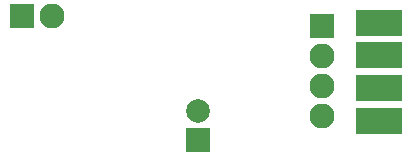
<source format=gbr>
G04 #@! TF.GenerationSoftware,KiCad,Pcbnew,(5.0.0)*
G04 #@! TF.CreationDate,2018-12-07T10:27:40+01:00*
G04 #@! TF.ProjectId,SoNavi,536F4E6176692E6B696361645F706362,rev?*
G04 #@! TF.SameCoordinates,Original*
G04 #@! TF.FileFunction,Soldermask,Bot*
G04 #@! TF.FilePolarity,Negative*
%FSLAX46Y46*%
G04 Gerber Fmt 4.6, Leading zero omitted, Abs format (unit mm)*
G04 Created by KiCad (PCBNEW (5.0.0)) date 12/07/18 10:27:40*
%MOMM*%
%LPD*%
G01*
G04 APERTURE LIST*
%ADD10R,3.880000X2.246667*%
%ADD11R,2.125000X2.125000*%
%ADD12C,2.125000*%
%ADD13R,2.000000X2.000000*%
%ADD14C,2.000000*%
G04 APERTURE END LIST*
D10*
G04 #@! TO.C,J1*
X85056162Y-72442928D03*
X85056162Y-75212928D03*
X85056162Y-77982928D03*
X85056162Y-80752928D03*
G04 #@! TD*
D11*
G04 #@! TO.C,J3*
X80266162Y-72747928D03*
D12*
X80266162Y-75287928D03*
X80266162Y-77827928D03*
X80266162Y-80367928D03*
G04 #@! TD*
D13*
G04 #@! TO.C,C3*
X69766162Y-82409928D03*
D14*
X69766162Y-79909928D03*
G04 #@! TD*
D11*
G04 #@! TO.C,J2*
X54864000Y-71882000D03*
D12*
X57404000Y-71882000D03*
G04 #@! TD*
M02*

</source>
